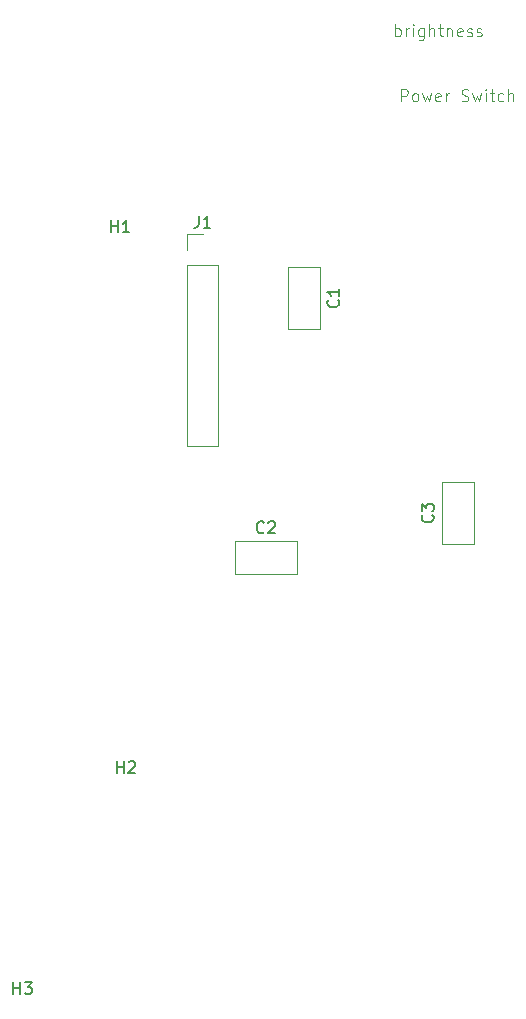
<source format=gbr>
%TF.GenerationSoftware,KiCad,Pcbnew,9.0.0*%
%TF.CreationDate,2025-04-14T10:39:46-04:00*%
%TF.ProjectId,rightPCB,72696768-7450-4434-922e-6b696361645f,rev?*%
%TF.SameCoordinates,Original*%
%TF.FileFunction,Legend,Top*%
%TF.FilePolarity,Positive*%
%FSLAX46Y46*%
G04 Gerber Fmt 4.6, Leading zero omitted, Abs format (unit mm)*
G04 Created by KiCad (PCBNEW 9.0.0) date 2025-04-14 10:39:46*
%MOMM*%
%LPD*%
G01*
G04 APERTURE LIST*
%ADD10C,0.100000*%
%ADD11C,0.150000*%
%ADD12C,0.120000*%
G04 APERTURE END LIST*
D10*
X217194634Y-55872419D02*
X217194634Y-54872419D01*
X217194634Y-54872419D02*
X217575586Y-54872419D01*
X217575586Y-54872419D02*
X217670824Y-54920038D01*
X217670824Y-54920038D02*
X217718443Y-54967657D01*
X217718443Y-54967657D02*
X217766062Y-55062895D01*
X217766062Y-55062895D02*
X217766062Y-55205752D01*
X217766062Y-55205752D02*
X217718443Y-55300990D01*
X217718443Y-55300990D02*
X217670824Y-55348609D01*
X217670824Y-55348609D02*
X217575586Y-55396228D01*
X217575586Y-55396228D02*
X217194634Y-55396228D01*
X218337491Y-55872419D02*
X218242253Y-55824800D01*
X218242253Y-55824800D02*
X218194634Y-55777180D01*
X218194634Y-55777180D02*
X218147015Y-55681942D01*
X218147015Y-55681942D02*
X218147015Y-55396228D01*
X218147015Y-55396228D02*
X218194634Y-55300990D01*
X218194634Y-55300990D02*
X218242253Y-55253371D01*
X218242253Y-55253371D02*
X218337491Y-55205752D01*
X218337491Y-55205752D02*
X218480348Y-55205752D01*
X218480348Y-55205752D02*
X218575586Y-55253371D01*
X218575586Y-55253371D02*
X218623205Y-55300990D01*
X218623205Y-55300990D02*
X218670824Y-55396228D01*
X218670824Y-55396228D02*
X218670824Y-55681942D01*
X218670824Y-55681942D02*
X218623205Y-55777180D01*
X218623205Y-55777180D02*
X218575586Y-55824800D01*
X218575586Y-55824800D02*
X218480348Y-55872419D01*
X218480348Y-55872419D02*
X218337491Y-55872419D01*
X219004158Y-55205752D02*
X219194634Y-55872419D01*
X219194634Y-55872419D02*
X219385110Y-55396228D01*
X219385110Y-55396228D02*
X219575586Y-55872419D01*
X219575586Y-55872419D02*
X219766062Y-55205752D01*
X220527967Y-55824800D02*
X220432729Y-55872419D01*
X220432729Y-55872419D02*
X220242253Y-55872419D01*
X220242253Y-55872419D02*
X220147015Y-55824800D01*
X220147015Y-55824800D02*
X220099396Y-55729561D01*
X220099396Y-55729561D02*
X220099396Y-55348609D01*
X220099396Y-55348609D02*
X220147015Y-55253371D01*
X220147015Y-55253371D02*
X220242253Y-55205752D01*
X220242253Y-55205752D02*
X220432729Y-55205752D01*
X220432729Y-55205752D02*
X220527967Y-55253371D01*
X220527967Y-55253371D02*
X220575586Y-55348609D01*
X220575586Y-55348609D02*
X220575586Y-55443847D01*
X220575586Y-55443847D02*
X220099396Y-55539085D01*
X221004158Y-55872419D02*
X221004158Y-55205752D01*
X221004158Y-55396228D02*
X221051777Y-55300990D01*
X221051777Y-55300990D02*
X221099396Y-55253371D01*
X221099396Y-55253371D02*
X221194634Y-55205752D01*
X221194634Y-55205752D02*
X221289872Y-55205752D01*
X222337492Y-55824800D02*
X222480349Y-55872419D01*
X222480349Y-55872419D02*
X222718444Y-55872419D01*
X222718444Y-55872419D02*
X222813682Y-55824800D01*
X222813682Y-55824800D02*
X222861301Y-55777180D01*
X222861301Y-55777180D02*
X222908920Y-55681942D01*
X222908920Y-55681942D02*
X222908920Y-55586704D01*
X222908920Y-55586704D02*
X222861301Y-55491466D01*
X222861301Y-55491466D02*
X222813682Y-55443847D01*
X222813682Y-55443847D02*
X222718444Y-55396228D01*
X222718444Y-55396228D02*
X222527968Y-55348609D01*
X222527968Y-55348609D02*
X222432730Y-55300990D01*
X222432730Y-55300990D02*
X222385111Y-55253371D01*
X222385111Y-55253371D02*
X222337492Y-55158133D01*
X222337492Y-55158133D02*
X222337492Y-55062895D01*
X222337492Y-55062895D02*
X222385111Y-54967657D01*
X222385111Y-54967657D02*
X222432730Y-54920038D01*
X222432730Y-54920038D02*
X222527968Y-54872419D01*
X222527968Y-54872419D02*
X222766063Y-54872419D01*
X222766063Y-54872419D02*
X222908920Y-54920038D01*
X223242254Y-55205752D02*
X223432730Y-55872419D01*
X223432730Y-55872419D02*
X223623206Y-55396228D01*
X223623206Y-55396228D02*
X223813682Y-55872419D01*
X223813682Y-55872419D02*
X224004158Y-55205752D01*
X224385111Y-55872419D02*
X224385111Y-55205752D01*
X224385111Y-54872419D02*
X224337492Y-54920038D01*
X224337492Y-54920038D02*
X224385111Y-54967657D01*
X224385111Y-54967657D02*
X224432730Y-54920038D01*
X224432730Y-54920038D02*
X224385111Y-54872419D01*
X224385111Y-54872419D02*
X224385111Y-54967657D01*
X224718444Y-55205752D02*
X225099396Y-55205752D01*
X224861301Y-54872419D02*
X224861301Y-55729561D01*
X224861301Y-55729561D02*
X224908920Y-55824800D01*
X224908920Y-55824800D02*
X225004158Y-55872419D01*
X225004158Y-55872419D02*
X225099396Y-55872419D01*
X225861301Y-55824800D02*
X225766063Y-55872419D01*
X225766063Y-55872419D02*
X225575587Y-55872419D01*
X225575587Y-55872419D02*
X225480349Y-55824800D01*
X225480349Y-55824800D02*
X225432730Y-55777180D01*
X225432730Y-55777180D02*
X225385111Y-55681942D01*
X225385111Y-55681942D02*
X225385111Y-55396228D01*
X225385111Y-55396228D02*
X225432730Y-55300990D01*
X225432730Y-55300990D02*
X225480349Y-55253371D01*
X225480349Y-55253371D02*
X225575587Y-55205752D01*
X225575587Y-55205752D02*
X225766063Y-55205752D01*
X225766063Y-55205752D02*
X225861301Y-55253371D01*
X226289873Y-55872419D02*
X226289873Y-54872419D01*
X226718444Y-55872419D02*
X226718444Y-55348609D01*
X226718444Y-55348609D02*
X226670825Y-55253371D01*
X226670825Y-55253371D02*
X226575587Y-55205752D01*
X226575587Y-55205752D02*
X226432730Y-55205752D01*
X226432730Y-55205752D02*
X226337492Y-55253371D01*
X226337492Y-55253371D02*
X226289873Y-55300990D01*
X216694634Y-50372419D02*
X216694634Y-49372419D01*
X216694634Y-49753371D02*
X216789872Y-49705752D01*
X216789872Y-49705752D02*
X216980348Y-49705752D01*
X216980348Y-49705752D02*
X217075586Y-49753371D01*
X217075586Y-49753371D02*
X217123205Y-49800990D01*
X217123205Y-49800990D02*
X217170824Y-49896228D01*
X217170824Y-49896228D02*
X217170824Y-50181942D01*
X217170824Y-50181942D02*
X217123205Y-50277180D01*
X217123205Y-50277180D02*
X217075586Y-50324800D01*
X217075586Y-50324800D02*
X216980348Y-50372419D01*
X216980348Y-50372419D02*
X216789872Y-50372419D01*
X216789872Y-50372419D02*
X216694634Y-50324800D01*
X217599396Y-50372419D02*
X217599396Y-49705752D01*
X217599396Y-49896228D02*
X217647015Y-49800990D01*
X217647015Y-49800990D02*
X217694634Y-49753371D01*
X217694634Y-49753371D02*
X217789872Y-49705752D01*
X217789872Y-49705752D02*
X217885110Y-49705752D01*
X218218444Y-50372419D02*
X218218444Y-49705752D01*
X218218444Y-49372419D02*
X218170825Y-49420038D01*
X218170825Y-49420038D02*
X218218444Y-49467657D01*
X218218444Y-49467657D02*
X218266063Y-49420038D01*
X218266063Y-49420038D02*
X218218444Y-49372419D01*
X218218444Y-49372419D02*
X218218444Y-49467657D01*
X219123205Y-49705752D02*
X219123205Y-50515276D01*
X219123205Y-50515276D02*
X219075586Y-50610514D01*
X219075586Y-50610514D02*
X219027967Y-50658133D01*
X219027967Y-50658133D02*
X218932729Y-50705752D01*
X218932729Y-50705752D02*
X218789872Y-50705752D01*
X218789872Y-50705752D02*
X218694634Y-50658133D01*
X219123205Y-50324800D02*
X219027967Y-50372419D01*
X219027967Y-50372419D02*
X218837491Y-50372419D01*
X218837491Y-50372419D02*
X218742253Y-50324800D01*
X218742253Y-50324800D02*
X218694634Y-50277180D01*
X218694634Y-50277180D02*
X218647015Y-50181942D01*
X218647015Y-50181942D02*
X218647015Y-49896228D01*
X218647015Y-49896228D02*
X218694634Y-49800990D01*
X218694634Y-49800990D02*
X218742253Y-49753371D01*
X218742253Y-49753371D02*
X218837491Y-49705752D01*
X218837491Y-49705752D02*
X219027967Y-49705752D01*
X219027967Y-49705752D02*
X219123205Y-49753371D01*
X219599396Y-50372419D02*
X219599396Y-49372419D01*
X220027967Y-50372419D02*
X220027967Y-49848609D01*
X220027967Y-49848609D02*
X219980348Y-49753371D01*
X219980348Y-49753371D02*
X219885110Y-49705752D01*
X219885110Y-49705752D02*
X219742253Y-49705752D01*
X219742253Y-49705752D02*
X219647015Y-49753371D01*
X219647015Y-49753371D02*
X219599396Y-49800990D01*
X220361301Y-49705752D02*
X220742253Y-49705752D01*
X220504158Y-49372419D02*
X220504158Y-50229561D01*
X220504158Y-50229561D02*
X220551777Y-50324800D01*
X220551777Y-50324800D02*
X220647015Y-50372419D01*
X220647015Y-50372419D02*
X220742253Y-50372419D01*
X221075587Y-49705752D02*
X221075587Y-50372419D01*
X221075587Y-49800990D02*
X221123206Y-49753371D01*
X221123206Y-49753371D02*
X221218444Y-49705752D01*
X221218444Y-49705752D02*
X221361301Y-49705752D01*
X221361301Y-49705752D02*
X221456539Y-49753371D01*
X221456539Y-49753371D02*
X221504158Y-49848609D01*
X221504158Y-49848609D02*
X221504158Y-50372419D01*
X222361301Y-50324800D02*
X222266063Y-50372419D01*
X222266063Y-50372419D02*
X222075587Y-50372419D01*
X222075587Y-50372419D02*
X221980349Y-50324800D01*
X221980349Y-50324800D02*
X221932730Y-50229561D01*
X221932730Y-50229561D02*
X221932730Y-49848609D01*
X221932730Y-49848609D02*
X221980349Y-49753371D01*
X221980349Y-49753371D02*
X222075587Y-49705752D01*
X222075587Y-49705752D02*
X222266063Y-49705752D01*
X222266063Y-49705752D02*
X222361301Y-49753371D01*
X222361301Y-49753371D02*
X222408920Y-49848609D01*
X222408920Y-49848609D02*
X222408920Y-49943847D01*
X222408920Y-49943847D02*
X221932730Y-50039085D01*
X222789873Y-50324800D02*
X222885111Y-50372419D01*
X222885111Y-50372419D02*
X223075587Y-50372419D01*
X223075587Y-50372419D02*
X223170825Y-50324800D01*
X223170825Y-50324800D02*
X223218444Y-50229561D01*
X223218444Y-50229561D02*
X223218444Y-50181942D01*
X223218444Y-50181942D02*
X223170825Y-50086704D01*
X223170825Y-50086704D02*
X223075587Y-50039085D01*
X223075587Y-50039085D02*
X222932730Y-50039085D01*
X222932730Y-50039085D02*
X222837492Y-49991466D01*
X222837492Y-49991466D02*
X222789873Y-49896228D01*
X222789873Y-49896228D02*
X222789873Y-49848609D01*
X222789873Y-49848609D02*
X222837492Y-49753371D01*
X222837492Y-49753371D02*
X222932730Y-49705752D01*
X222932730Y-49705752D02*
X223075587Y-49705752D01*
X223075587Y-49705752D02*
X223170825Y-49753371D01*
X223599397Y-50324800D02*
X223694635Y-50372419D01*
X223694635Y-50372419D02*
X223885111Y-50372419D01*
X223885111Y-50372419D02*
X223980349Y-50324800D01*
X223980349Y-50324800D02*
X224027968Y-50229561D01*
X224027968Y-50229561D02*
X224027968Y-50181942D01*
X224027968Y-50181942D02*
X223980349Y-50086704D01*
X223980349Y-50086704D02*
X223885111Y-50039085D01*
X223885111Y-50039085D02*
X223742254Y-50039085D01*
X223742254Y-50039085D02*
X223647016Y-49991466D01*
X223647016Y-49991466D02*
X223599397Y-49896228D01*
X223599397Y-49896228D02*
X223599397Y-49848609D01*
X223599397Y-49848609D02*
X223647016Y-49753371D01*
X223647016Y-49753371D02*
X223742254Y-49705752D01*
X223742254Y-49705752D02*
X223885111Y-49705752D01*
X223885111Y-49705752D02*
X223980349Y-49753371D01*
D11*
X193129595Y-112754719D02*
X193129595Y-111754719D01*
X193129595Y-112230909D02*
X193701023Y-112230909D01*
X193701023Y-112754719D02*
X193701023Y-111754719D01*
X194129595Y-111849957D02*
X194177214Y-111802338D01*
X194177214Y-111802338D02*
X194272452Y-111754719D01*
X194272452Y-111754719D02*
X194510547Y-111754719D01*
X194510547Y-111754719D02*
X194605785Y-111802338D01*
X194605785Y-111802338D02*
X194653404Y-111849957D01*
X194653404Y-111849957D02*
X194701023Y-111945195D01*
X194701023Y-111945195D02*
X194701023Y-112040433D01*
X194701023Y-112040433D02*
X194653404Y-112183290D01*
X194653404Y-112183290D02*
X194081976Y-112754719D01*
X194081976Y-112754719D02*
X194701023Y-112754719D01*
X205583333Y-92359580D02*
X205535714Y-92407200D01*
X205535714Y-92407200D02*
X205392857Y-92454819D01*
X205392857Y-92454819D02*
X205297619Y-92454819D01*
X205297619Y-92454819D02*
X205154762Y-92407200D01*
X205154762Y-92407200D02*
X205059524Y-92311961D01*
X205059524Y-92311961D02*
X205011905Y-92216723D01*
X205011905Y-92216723D02*
X204964286Y-92026247D01*
X204964286Y-92026247D02*
X204964286Y-91883390D01*
X204964286Y-91883390D02*
X205011905Y-91692914D01*
X205011905Y-91692914D02*
X205059524Y-91597676D01*
X205059524Y-91597676D02*
X205154762Y-91502438D01*
X205154762Y-91502438D02*
X205297619Y-91454819D01*
X205297619Y-91454819D02*
X205392857Y-91454819D01*
X205392857Y-91454819D02*
X205535714Y-91502438D01*
X205535714Y-91502438D02*
X205583333Y-91550057D01*
X205964286Y-91550057D02*
X206011905Y-91502438D01*
X206011905Y-91502438D02*
X206107143Y-91454819D01*
X206107143Y-91454819D02*
X206345238Y-91454819D01*
X206345238Y-91454819D02*
X206440476Y-91502438D01*
X206440476Y-91502438D02*
X206488095Y-91550057D01*
X206488095Y-91550057D02*
X206535714Y-91645295D01*
X206535714Y-91645295D02*
X206535714Y-91740533D01*
X206535714Y-91740533D02*
X206488095Y-91883390D01*
X206488095Y-91883390D02*
X205916667Y-92454819D01*
X205916667Y-92454819D02*
X206535714Y-92454819D01*
X200057266Y-65588919D02*
X200057266Y-66303204D01*
X200057266Y-66303204D02*
X200009647Y-66446061D01*
X200009647Y-66446061D02*
X199914409Y-66541300D01*
X199914409Y-66541300D02*
X199771552Y-66588919D01*
X199771552Y-66588919D02*
X199676314Y-66588919D01*
X201057266Y-66588919D02*
X200485838Y-66588919D01*
X200771552Y-66588919D02*
X200771552Y-65588919D01*
X200771552Y-65588919D02*
X200676314Y-65731776D01*
X200676314Y-65731776D02*
X200581076Y-65827014D01*
X200581076Y-65827014D02*
X200485838Y-65874633D01*
X219859580Y-90916666D02*
X219907200Y-90964285D01*
X219907200Y-90964285D02*
X219954819Y-91107142D01*
X219954819Y-91107142D02*
X219954819Y-91202380D01*
X219954819Y-91202380D02*
X219907200Y-91345237D01*
X219907200Y-91345237D02*
X219811961Y-91440475D01*
X219811961Y-91440475D02*
X219716723Y-91488094D01*
X219716723Y-91488094D02*
X219526247Y-91535713D01*
X219526247Y-91535713D02*
X219383390Y-91535713D01*
X219383390Y-91535713D02*
X219192914Y-91488094D01*
X219192914Y-91488094D02*
X219097676Y-91440475D01*
X219097676Y-91440475D02*
X219002438Y-91345237D01*
X219002438Y-91345237D02*
X218954819Y-91202380D01*
X218954819Y-91202380D02*
X218954819Y-91107142D01*
X218954819Y-91107142D02*
X219002438Y-90964285D01*
X219002438Y-90964285D02*
X219050057Y-90916666D01*
X218954819Y-90583332D02*
X218954819Y-89964285D01*
X218954819Y-89964285D02*
X219335771Y-90297618D01*
X219335771Y-90297618D02*
X219335771Y-90154761D01*
X219335771Y-90154761D02*
X219383390Y-90059523D01*
X219383390Y-90059523D02*
X219431009Y-90011904D01*
X219431009Y-90011904D02*
X219526247Y-89964285D01*
X219526247Y-89964285D02*
X219764342Y-89964285D01*
X219764342Y-89964285D02*
X219859580Y-90011904D01*
X219859580Y-90011904D02*
X219907200Y-90059523D01*
X219907200Y-90059523D02*
X219954819Y-90154761D01*
X219954819Y-90154761D02*
X219954819Y-90440475D01*
X219954819Y-90440475D02*
X219907200Y-90535713D01*
X219907200Y-90535713D02*
X219859580Y-90583332D01*
X192629695Y-66954820D02*
X192629695Y-65954820D01*
X192629695Y-66431010D02*
X193201123Y-66431010D01*
X193201123Y-66954820D02*
X193201123Y-65954820D01*
X194201123Y-66954820D02*
X193629695Y-66954820D01*
X193915409Y-66954820D02*
X193915409Y-65954820D01*
X193915409Y-65954820D02*
X193820171Y-66097677D01*
X193820171Y-66097677D02*
X193724933Y-66192915D01*
X193724933Y-66192915D02*
X193629695Y-66240534D01*
X184379895Y-131454820D02*
X184379895Y-130454820D01*
X184379895Y-130931010D02*
X184951323Y-130931010D01*
X184951323Y-131454820D02*
X184951323Y-130454820D01*
X185332276Y-130454820D02*
X185951323Y-130454820D01*
X185951323Y-130454820D02*
X185617990Y-130835772D01*
X185617990Y-130835772D02*
X185760847Y-130835772D01*
X185760847Y-130835772D02*
X185856085Y-130883391D01*
X185856085Y-130883391D02*
X185903704Y-130931010D01*
X185903704Y-130931010D02*
X185951323Y-131026248D01*
X185951323Y-131026248D02*
X185951323Y-131264343D01*
X185951323Y-131264343D02*
X185903704Y-131359581D01*
X185903704Y-131359581D02*
X185856085Y-131407201D01*
X185856085Y-131407201D02*
X185760847Y-131454820D01*
X185760847Y-131454820D02*
X185475133Y-131454820D01*
X185475133Y-131454820D02*
X185379895Y-131407201D01*
X185379895Y-131407201D02*
X185332276Y-131359581D01*
X211859580Y-72716666D02*
X211907200Y-72764285D01*
X211907200Y-72764285D02*
X211954819Y-72907142D01*
X211954819Y-72907142D02*
X211954819Y-73002380D01*
X211954819Y-73002380D02*
X211907200Y-73145237D01*
X211907200Y-73145237D02*
X211811961Y-73240475D01*
X211811961Y-73240475D02*
X211716723Y-73288094D01*
X211716723Y-73288094D02*
X211526247Y-73335713D01*
X211526247Y-73335713D02*
X211383390Y-73335713D01*
X211383390Y-73335713D02*
X211192914Y-73288094D01*
X211192914Y-73288094D02*
X211097676Y-73240475D01*
X211097676Y-73240475D02*
X211002438Y-73145237D01*
X211002438Y-73145237D02*
X210954819Y-73002380D01*
X210954819Y-73002380D02*
X210954819Y-72907142D01*
X210954819Y-72907142D02*
X211002438Y-72764285D01*
X211002438Y-72764285D02*
X211050057Y-72716666D01*
X211954819Y-71764285D02*
X211954819Y-72335713D01*
X211954819Y-72049999D02*
X210954819Y-72049999D01*
X210954819Y-72049999D02*
X211097676Y-72145237D01*
X211097676Y-72145237D02*
X211192914Y-72240475D01*
X211192914Y-72240475D02*
X211240533Y-72335713D01*
D12*
%TO.C,C2*%
X203130000Y-93130000D02*
X203130000Y-95870000D01*
X203130000Y-93130000D02*
X208370000Y-93130000D01*
X203130000Y-95870000D02*
X208370000Y-95870000D01*
X208370000Y-93130000D02*
X208370000Y-95870000D01*
%TO.C,J1*%
X199060600Y-67134100D02*
X200390600Y-67134100D01*
X199060600Y-68464100D02*
X199060600Y-67134100D01*
X199060600Y-69734100D02*
X199060600Y-85034100D01*
X199060600Y-69734100D02*
X201720600Y-69734100D01*
X199060600Y-85034100D02*
X201720600Y-85034100D01*
X201720600Y-69734100D02*
X201720600Y-85034100D01*
%TO.C,C3*%
X220630000Y-88130000D02*
X223370000Y-88130000D01*
X220630000Y-93370000D02*
X220630000Y-88130000D01*
X220630000Y-93370000D02*
X223370000Y-93370000D01*
X223370000Y-93370000D02*
X223370000Y-88130000D01*
%TO.C,C1*%
X207630000Y-69930000D02*
X207630000Y-75170000D01*
X210370000Y-69930000D02*
X207630000Y-69930000D01*
X210370000Y-69930000D02*
X210370000Y-75170000D01*
X210370000Y-75170000D02*
X207630000Y-75170000D01*
%TD*%
M02*

</source>
